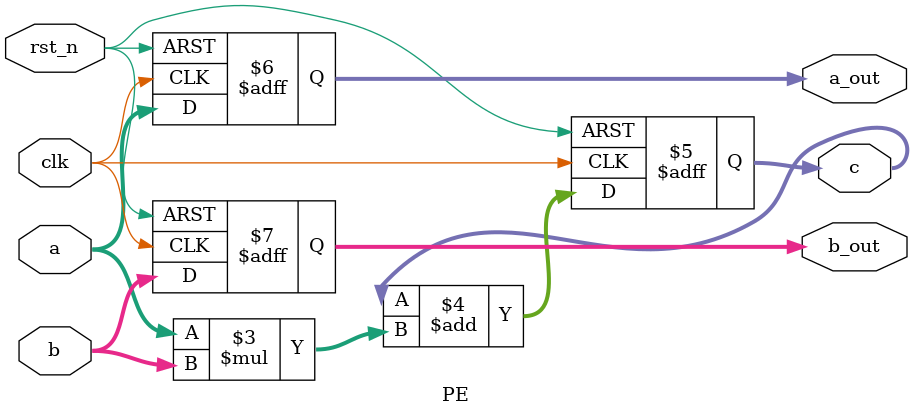
<source format=sv>
module PE #(
    parameter DATAWIDTH = 16
) (
    input logic clk,
    input logic rst_n,
    input logic [DATAWIDTH - 1:0] a, b,
    output logic [(DATAWIDTH*2) - 1:0] c,
    output logic [DATAWIDTH - 1:0] a_out, // to pass data to next PE
    output logic [DATAWIDTH - 1:0] b_out  // to pass data to next PE
);
    always_ff @(posedge clk, negedge rst_n) begin
        if (!rst_n) begin
            a_out <= 0;
            b_out <= 0;
            c <= 0;
        end
        else begin
            c <= c + (a * b); // multiply and accumulate
            a_out <= a;       // pass data to next PE
            b_out <= b;       // pass data to next PE
        end
    end
endmodule

</source>
